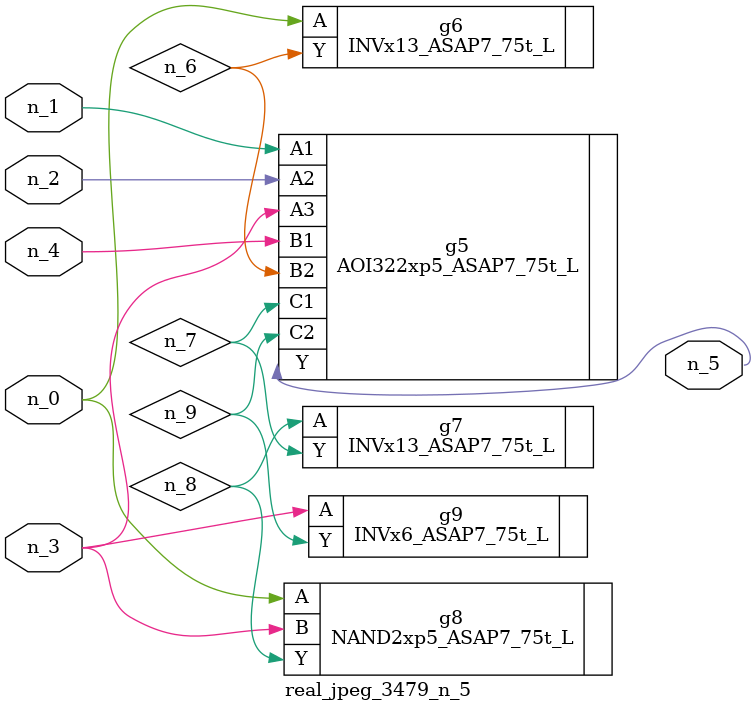
<source format=v>
module real_jpeg_3479_n_5 (n_4, n_0, n_1, n_2, n_3, n_5);

input n_4;
input n_0;
input n_1;
input n_2;
input n_3;

output n_5;

wire n_8;
wire n_6;
wire n_7;
wire n_9;

INVx13_ASAP7_75t_L g6 ( 
.A(n_0),
.Y(n_6)
);

NAND2xp5_ASAP7_75t_L g8 ( 
.A(n_0),
.B(n_3),
.Y(n_8)
);

AOI322xp5_ASAP7_75t_L g5 ( 
.A1(n_1),
.A2(n_2),
.A3(n_3),
.B1(n_4),
.B2(n_6),
.C1(n_7),
.C2(n_9),
.Y(n_5)
);

INVx6_ASAP7_75t_L g9 ( 
.A(n_3),
.Y(n_9)
);

INVx13_ASAP7_75t_L g7 ( 
.A(n_8),
.Y(n_7)
);


endmodule
</source>
